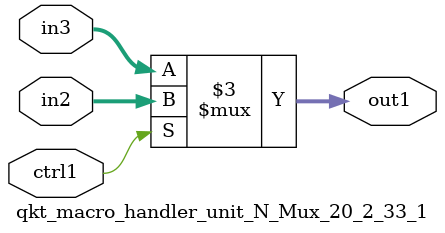
<source format=v>

`timescale 1ps / 1ps


module qkt_macro_handler_unit_N_Mux_20_2_33_1( in3, in2, ctrl1, out1 );

    input [19:0] in3;
    input [19:0] in2;
    input ctrl1;
    output [19:0] out1;
    reg [19:0] out1;

    
    // rtl_process:qkt_macro_handler_unit_N_Mux_20_2_33_1/qkt_macro_handler_unit_N_Mux_20_2_33_1_thread_1
    always @*
      begin : qkt_macro_handler_unit_N_Mux_20_2_33_1_thread_1
        case (ctrl1) 
          1'b1: 
            begin
              out1 = in2;
            end
          default: 
            begin
              out1 = in3;
            end
        endcase
      end

endmodule





</source>
